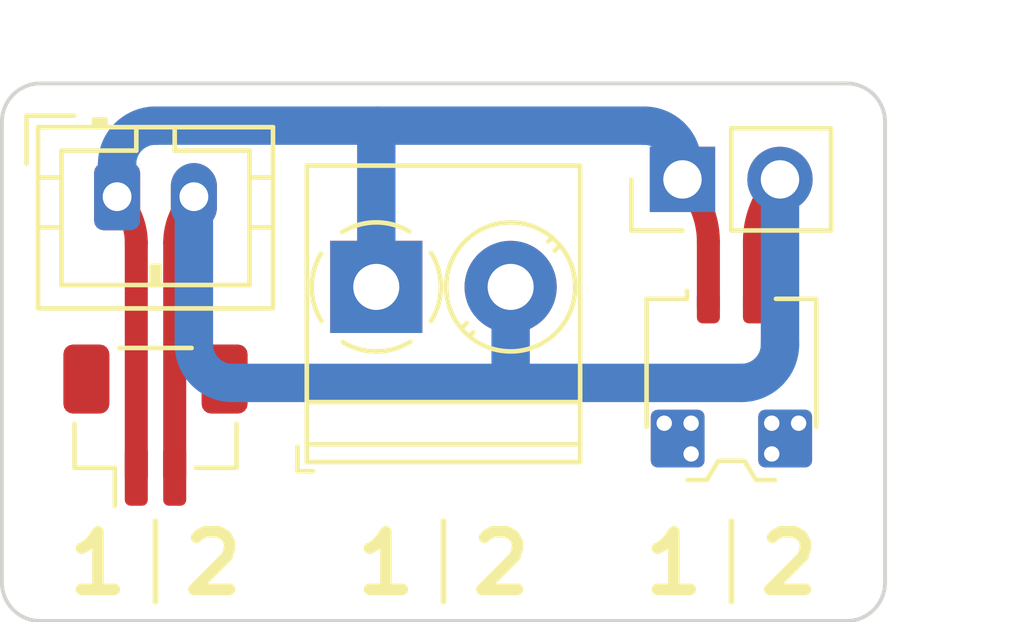
<source format=kicad_pcb>
(kicad_pcb (version 20221018) (generator pcbnew)
  (layers (0 "F.Cu" signal) (31 "B.Cu" signal) (34 "B.Paste" user) (35 "F.Paste" user) (36 "B.SilkS" user "B.Silkscreen") (37 "F.SilkS" user "F.Silkscreen") (38 "B.Mask" user) (39 "F.Mask" user) (44 "Edge.Cuts" user))
  (net 0 "")
  (net 1 "Net-(J1-Pin_1)")
  (net 2 "Net-(J1-Pin_2)")
  (footprint "TerminalBlock_Phoenix:TerminalBlock_Phoenix_PT-1,5-2-3.5-H_1x02_P3.50mm_Horizontal" (layer "F.Cu") (at 98.25 98.3)
    (fp_text reference "J2" hide)
    (fp_text value "Terminal Block")
    (fp_line (start -2.05 4.16) (end -2.05 4.8) (stroke (width 0.12)) (layer "F.SilkS"))
    (fp_line (start -2.05 4.8) (end -1.65 4.8) (stroke (width 0.12)) (layer "F.SilkS"))
    (fp_line (start -1.81 -3.16) (end -1.81 4.56) (stroke (width 0.12)) (layer "F.SilkS"))
    (fp_line (start -1.81 -3.16) (end 5.31 -3.16) (stroke (width 0.12)) (layer "F.SilkS"))
    (fp_line (start -1.81 3) (end 5.31 3) (stroke (width 0.12)) (layer "F.SilkS"))
    (fp_line (start -1.81 4.1) (end 5.31 4.1) (stroke (width 0.12)) (layer "F.SilkS"))
    (fp_line (start -1.81 4.56) (end 5.31 4.56) (stroke (width 0.12)) (layer "F.SilkS"))
    (fp_line (start 2.355 0.941) (end 2.226 1.069) (stroke (width 0.12)) (layer "F.SilkS"))
    (fp_line (start 2.525 1.181) (end 2.431 1.274) (stroke (width 0.12)) (layer "F.SilkS"))
    (fp_line (start 4.57 -1.275) (end 4.476 -1.181) (stroke (width 0.12)) (layer "F.SilkS"))
    (fp_line (start 4.775 -1.069) (end 4.646 -0.941) (stroke (width 0.12)) (layer "F.SilkS"))
    (fp_line (start 5.31 -3.16) (end 5.31 4.56) (stroke (width 0.12)) (layer "F.SilkS"))
    (fp_arc (start -1.425358 0.889894) (mid -1.680286 0.014012) (end -1.44 -0.866) (stroke (width 0.12)) (layer "F.SilkS"))
    (fp_arc (start -0.889894 -1.425358) (mid -0.014012 -1.680286) (end 0.866 -1.44) (stroke (width 0.12)) (layer "F.SilkS"))
    (fp_arc (start 0.028674 1.680099) (mid -0.435535 1.622918) (end -0.866 1.44) (stroke (width 0.12)) (layer "F.SilkS"))
    (fp_arc (start 0.890264 1.424721) (mid 0.463071 1.61492) (end 0 1.68) (stroke (width 0.12)) (layer "F.SilkS"))
    (fp_arc (start 1.425504 -0.890193) (mid 1.680626 0.000476) (end 1.425 0.891) (stroke (width 0.12)) (layer "F.SilkS"))
    (fp_circle (center 3.5 0) (end 5.18 0) (stroke (width 0.12)) (fill none) (layer "F.SilkS"))
    (pad "1" thru_hole rect (at 0 0) (size 2.4 2.4) (drill 1.2) (layers "*.Cu" "*.Mask") (net 1 "Net-(J1-Pin_1)"))
    (pad "2" thru_hole circle (at 3.5 0) (size 2.4 2.4) (drill 1.2) (layers "*.Cu" "*.Mask") (net 2 "Net-(J1-Pin_2)"))
  )
  (footprint "Connector_Extra:JST_SH_BM02B-SRSS-TB_1x02-1MP_P1.00mm_Vertical" (layer "F.Cu") (at 92.5 101.9)
    (fp_text reference "J4" hide)
    (fp_text value "JST SH")
    (fp_line (start -2.11 -0.04) (end -2.11 1.11) (stroke (width 0.12)) (layer "F.SilkS"))
    (fp_line (start -2.11 1.11) (end -1.06 1.11) (stroke (width 0.12)) (layer "F.SilkS"))
    (fp_line (start -1.06 1.11) (end -1.06 2.1) (stroke (width 0.12)) (layer "F.SilkS"))
    (fp_line (start -0.94 -2.01) (end 0.94 -2.01) (stroke (width 0.12)) (layer "F.SilkS"))
    (fp_line (start 2.11 -0.04) (end 2.11 1.11) (stroke (width 0.12)) (layer "F.SilkS"))
    (fp_line (start 2.11 1.11) (end 1.06 1.11) (stroke (width 0.12)) (layer "F.SilkS"))
    (pad "1" smd roundrect (at -0.5 1.325) (size 0.6 1.55) (layers "F.Cu" "F.Paste" "F.Mask") (net 1 "Net-(J1-Pin_1)"))
    (pad "2" smd roundrect (at 0.5 1.325) (size 0.6 1.55) (layers "F.Cu" "F.Paste" "F.Mask") (net 2 "Net-(J1-Pin_2)"))
    (pad "MP" smd roundrect (at -1.8 -1.2) (size 1.2 1.8) (layers "F.Cu" "F.Paste" "F.Mask") (roundrect_rratio 0.208333))
    (pad "MP" smd roundrect (at 1.8 -1.2) (size 1.2 1.8) (layers "F.Cu" "F.Paste" "F.Mask") (roundrect_rratio 0.208333))
  )
  (footprint "Connector_JST:JST_PH_B2B-PH-K_1x02_P2.00mm_Vertical" (layer "F.Cu") (at 91.5 95.95)
    (fp_text reference "J3" hide)
    (fp_text value "JST PH")
    (fp_line (start -2.36 -2.11) (end -2.36 -0.86) (stroke (width 0.12)) (layer "F.SilkS"))
    (fp_line (start -2.06 -1.81) (end -2.06 2.91) (stroke (width 0.12)) (layer "F.SilkS"))
    (fp_line (start -2.06 -0.5) (end -1.45 -0.5) (stroke (width 0.12)) (layer "F.SilkS"))
    (fp_line (start -2.06 0.8) (end -1.45 0.8) (stroke (width 0.12)) (layer "F.SilkS"))
    (fp_line (start -2.06 2.91) (end 4.06 2.91) (stroke (width 0.12)) (layer "F.SilkS"))
    (fp_line (start -1.45 -1.2) (end -1.45 2.3) (stroke (width 0.12)) (layer "F.SilkS"))
    (fp_line (start -1.45 2.3) (end 3.45 2.3) (stroke (width 0.12)) (layer "F.SilkS"))
    (fp_line (start -1.11 -2.11) (end -2.36 -2.11) (stroke (width 0.12)) (layer "F.SilkS"))
    (fp_line (start -0.6 -2.01) (end -0.6 -1.81) (stroke (width 0.12)) (layer "F.SilkS"))
    (fp_line (start -0.3 -2.01) (end -0.6 -2.01) (stroke (width 0.12)) (layer "F.SilkS"))
    (fp_line (start -0.3 -1.91) (end -0.6 -1.91) (stroke (width 0.12)) (layer "F.SilkS"))
    (fp_line (start -0.3 -1.81) (end -0.3 -2.01) (stroke (width 0.12)) (layer "F.SilkS"))
    (fp_line (start 0.5 -1.81) (end 0.5 -1.2) (stroke (width 0.12)) (layer "F.SilkS"))
    (fp_line (start 0.5 -1.2) (end -1.45 -1.2) (stroke (width 0.12)) (layer "F.SilkS"))
    (fp_line (start 0.9 1.8) (end 1.1 1.8) (stroke (width 0.12)) (layer "F.SilkS"))
    (fp_line (start 0.9 2.3) (end 0.9 1.8) (stroke (width 0.12)) (layer "F.SilkS"))
    (fp_line (start 1 2.3) (end 1 1.8) (stroke (width 0.12)) (layer "F.SilkS"))
    (fp_line (start 1.1 1.8) (end 1.1 2.3) (stroke (width 0.12)) (layer "F.SilkS"))
    (fp_line (start 1.5 -1.2) (end 1.5 -1.81) (stroke (width 0.12)) (layer "F.SilkS"))
    (fp_line (start 3.45 -1.2) (end 1.5 -1.2) (stroke (width 0.12)) (layer "F.SilkS"))
    (fp_line (start 3.45 2.3) (end 3.45 -1.2) (stroke (width 0.12)) (layer "F.SilkS"))
    (fp_line (start 4.06 -1.81) (end -2.06 -1.81) (stroke (width 0.12)) (layer "F.SilkS"))
    (fp_line (start 4.06 -0.5) (end 3.45 -0.5) (stroke (width 0.12)) (layer "F.SilkS"))
    (fp_line (start 4.06 0.8) (end 3.45 0.8) (stroke (width 0.12)) (layer "F.SilkS"))
    (fp_line (start 4.06 2.91) (end 4.06 -1.81) (stroke (width 0.12)) (layer "F.SilkS"))
    (pad "1" thru_hole roundrect (at 0 0) (size 1.2 1.75) (drill 0.75) (layers "*.Cu" "*.Mask") (roundrect_rratio 0.208333) (net 1 "Net-(J1-Pin_1)"))
    (pad "2" thru_hole oval (at 2 0) (size 1.2 1.75) (drill 0.75) (layers "*.Cu" "*.Mask") (net 2 "Net-(J1-Pin_2)"))
  )
  (footprint "Connector_Extra:Molex_Pico-EZmate_78171-0002_1x02-1MP_P1.20mm_Vertical" (layer "F.Cu") (at 107.5 100.7)
    (fp_text reference "J5" hide)
    (fp_text value "Molex Pico-EZmate")
    (fp_line (start -2.21 -2.09) (end -1.16 -2.09) (stroke (width 0.12)) (layer "F.SilkS"))
    (fp_line (start -2.21 1.24) (end -2.21 -2.09) (stroke (width 0.12)) (layer "F.SilkS"))
    (fp_line (start -1.16 -2.09) (end -1.16 -2.3) (stroke (width 0.12)) (layer "F.SilkS"))
    (fp_line (start -1.14 2.63) (end -0.64 2.63) (stroke (width 0.12)) (layer "F.SilkS"))
    (fp_line (start -0.64 2.63) (end -0.34 2.13) (stroke (width 0.12)) (layer "F.SilkS"))
    (fp_line (start -0.34 2.13) (end 0.34 2.13) (stroke (width 0.12)) (layer "F.SilkS"))
    (fp_line (start 0.34 2.13) (end 0.64 2.63) (stroke (width 0.12)) (layer "F.SilkS"))
    (fp_line (start 0.64 2.63) (end 1.14 2.63) (stroke (width 0.12)) (layer "F.SilkS"))
    (fp_line (start 2.21 -2.09) (end 1.16 -2.09) (stroke (width 0.12)) (layer "F.SilkS"))
    (fp_line (start 2.21 1.24) (end 2.21 -2.09) (stroke (width 0.12)) (layer "F.SilkS"))
    (pad "1" smd roundrect (at -0.6 -1.875) (size 0.6 0.85) (layers "F.Cu" "F.Paste" "F.Mask") (net 1 "Net-(J1-Pin_1)"))
    (pad "2" smd roundrect (at 0.6 -1.875) (size 0.6 0.85) (layers "F.Cu" "F.Paste" "F.Mask") (net 2 "Net-(J1-Pin_2)"))
    (pad "MP" thru_hole circle (at -1.75 1.15) (size 0.6 0.6) (drill 0.4) (layers "*.Cu"))
    (pad "MP" smd roundrect (at -1.4 1.55) (size 1.4 1.5) (layers "F.Cu") (roundrect_rratio 0.125))
    (pad "MP" smd roundrect (at -1.4 1.55) (size 1.4 1.5) (layers "B.Cu") (roundrect_rratio 0.125))
    (pad "MP" thru_hole circle (at -1.05 1.15) (size 0.6 0.6) (drill 0.4) (layers "*.Cu"))
    (pad "MP" thru_hole circle (at -1.05 1.95) (size 0.6 0.6) (drill 0.4) (layers "*.Cu"))
    (pad "MP" thru_hole circle (at 1.05 1.15) (size 0.6 0.6) (drill 0.4) (layers "*.Cu"))
    (pad "MP" thru_hole circle (at 1.05 1.95) (size 0.6 0.6) (drill 0.4) (layers "*.Cu"))
    (pad "MP" smd roundrect (at 1.4 1.55) (size 1.4 1.5) (layers "F.Cu") (roundrect_rratio 0.125))
    (pad "MP" smd roundrect (at 1.4 1.55) (size 1.4 1.5) (layers "B.Cu") (roundrect_rratio 0.125))
    (pad "MP" smd roundrect (at 1.4 1.55) (size 1.4 1.5) (layers "B.Cu") (roundrect_rratio 0.125))
    (pad "MP" thru_hole circle (at 1.75 1.15) (size 0.6 0.6) (drill 0.4) (layers "*.Cu"))
  )
  (footprint "Connector_PinHeader_2.54mm:PinHeader_1x02_P2.54mm_Vertical" (layer "F.Cu") (at 106.225 95.5 90)
    (fp_text reference "J1" hide)
    (fp_text value "Conn_01x02")
    (fp_line (start -1.33 -1.33) (end 0 -1.33) (stroke (width 0.12)) (layer "F.SilkS"))
    (fp_line (start -1.33 0) (end -1.33 -1.33) (stroke (width 0.12)) (layer "F.SilkS"))
    (fp_line (start -1.33 1.27) (end -1.33 3.87) (stroke (width 0.12)) (layer "F.SilkS"))
    (fp_line (start -1.33 1.27) (end 1.33 1.27) (stroke (width 0.12)) (layer "F.SilkS"))
    (fp_line (start -1.33 3.87) (end 1.33 3.87) (stroke (width 0.12)) (layer "F.SilkS"))
    (fp_line (start 1.33 1.27) (end 1.33 3.87) (stroke (width 0.12)) (layer "F.SilkS"))
    (pad "1" thru_hole rect (at 0 0 90) (size 1.7 1.7) (drill 1) (layers "*.Cu" "*.Mask") (net 1 "Net-(J1-Pin_1)"))
    (pad "2" thru_hole oval (at 0 2.54 90) (size 1.7 1.7) (drill 1) (layers "*.Cu" "*.Mask") (net 2 "Net-(J1-Pin_2)"))
  )
  (gr_line (start 107.5 104.4) (end 107.5 106.5) (stroke (width 0.15)) (layer "F.SilkS"))
  (gr_line (start 100 104.4) (end 100 106.5) (stroke (width 0.15)) (layer "F.SilkS"))
  (gr_line (start 92.5 104.4) (end 92.5 106.5) (stroke (width 0.15)) (layer "F.SilkS"))
  (gr_line (start 110.5 107) (end 89.5 107) (stroke (width 0.1)) (layer "Edge.Cuts"))
  (gr_arc (start 89.5 107) (mid 88.792893 106.707107) (end 88.5 106) (stroke (width 0.1)) (layer "Edge.Cuts"))
  (gr_line (start 88.5 106) (end 88.5 94) (stroke (width 0.1)) (layer "Edge.Cuts"))
  (gr_arc (start 111.5 106) (mid 111.207107 106.707107) (end 110.5 107) (stroke (width 0.1)) (layer "Edge.Cuts"))
  (gr_line (start 111.5 94) (end 111.5 106) (stroke (width 0.1)) (layer "Edge.Cuts"))
  (gr_arc (start 88.5 94) (mid 88.792893 93.292893) (end 89.5 93) (stroke (width 0.1)) (layer "Edge.Cuts"))
  (gr_line (start 89.5 93) (end 110.5 93) (stroke (width 0.1)) (layer "Edge.Cuts"))
  (gr_arc (start 110.5 93) (mid 111.207107 93.292893) (end 111.5 94) (stroke (width 0.1)) (layer "Edge.Cuts"))
  (gr_text "2" (at 94 105.5) (layer "F.SilkS") (effects (font (size 1.5 1.5) (thickness 0.3) bold)))
  (gr_text "2" (at 109 105.5) (layer "F.SilkS") (effects (font (size 1.5 1.5) (thickness 0.3) bold)))
  (gr_text "2" (at 101.5 105.5) (layer "F.SilkS") (effects (font (size 1.5 1.5) (thickness 0.3) bold)))
  (gr_text "1" (at 106 105.5) (layer "F.SilkS") (effects (font (size 1.5 1.5) (thickness 0.3) bold)))
  (gr_text "1" (at 91 105.5) (layer "F.SilkS") (effects (font (size 1.5 1.5) (thickness 0.3) bold)))
  (gr_text "1" (at 98.5 105.5) (layer "F.SilkS") (effects (font (size 1.5 1.5) (thickness 0.3) bold)))
  (segment (start 92 103.225) (end 92 97.157106) (width 0.6) (layer "F.Cu") (net 1))
  (segment (start 106.9 98.825) (end 106.9 97.129594) (width 0.6) (layer "F.Cu") (net 1))
  (arc (start 106.9 97.129594) (mid 106.724574 96.247664) (end 106.225 95.5) (width 0.6) (layer "F.Cu") (net 1))
  (arc (start 92 97.157106) (mid 91.870054 96.503825) (end 91.5 95.95) (width 0.6) (layer "F.Cu") (net 1))
  (segment (start 106.225 95.1) (end 106.225 95.5) (width 1) (layer "B.Cu") (net 1))
  (segment (start 98.25 98.3) (end 98.25 94.1) (width 1) (layer "B.Cu") (net 1))
  (segment (start 92.5 94.1) (end 98.3 94.1) (width 1) (layer "B.Cu") (net 1))
  (segment (start 98.3 94.1) (end 105.225 94.1) (width 1) (layer "B.Cu") (net 1))
  (segment (start 91.5 95.95) (end 91.5 95.1) (width 1) (layer "B.Cu") (net 1))
  (segment (start 98.25 94.1) (end 98.3 94.1) (width 1) (layer "B.Cu") (net 1))
  (arc (start 91.5 95.1) (mid 91.792893 94.392893) (end 92.5 94.1) (width 1) (layer "B.Cu") (net 1))
  (arc (start 106.225 95.1) (mid 105.932107 94.392893) (end 105.225 94.1) (width 1) (layer "B.Cu") (net 1))
  (segment (start 93 103.225) (end 93 97.157106) (width 0.6) (layer "F.Cu") (net 2))
  (segment (start 108.1 98.825) (end 108.1 97.105452) (width 0.6) (layer "F.Cu") (net 2))
  (arc (start 93 97.157106) (mid 93.129946 96.503825) (end 93.5 95.95) (width 0.6) (layer "F.Cu") (net 2))
  (arc (start 108.1 97.105452) (mid 108.272828 96.236588) (end 108.765 95.5) (width 0.6) (layer "F.Cu") (net 2))
  (segment (start 101.75 98.3) (end 101.75 100.8) (width 1) (layer "B.Cu") (net 2))
  (segment (start 101.8 100.8) (end 94.5 100.8) (width 1) (layer "B.Cu") (net 2))
  (segment (start 101.75 100.8) (end 101.8 100.8) (width 1) (layer "B.Cu") (net 2))
  (segment (start 108.765 95.5) (end 108.765 99.8) (width 1) (layer "B.Cu") (net 2))
  (segment (start 93.5 99.8) (end 93.5 95.95) (width 1) (layer "B.Cu") (net 2))
  (segment (start 107.765 100.8) (end 101.8 100.8) (width 1) (layer "B.Cu") (net 2))
  (arc (start 107.765 100.8) (mid 108.472107 100.507107) (end 108.765 99.8) (width 1) (layer "B.Cu") (net 2))
  (arc (start 94.5 100.8) (mid 93.792893 100.507107) (end 93.5 99.8) (width 1) (layer "B.Cu") (net 2))
)
</source>
